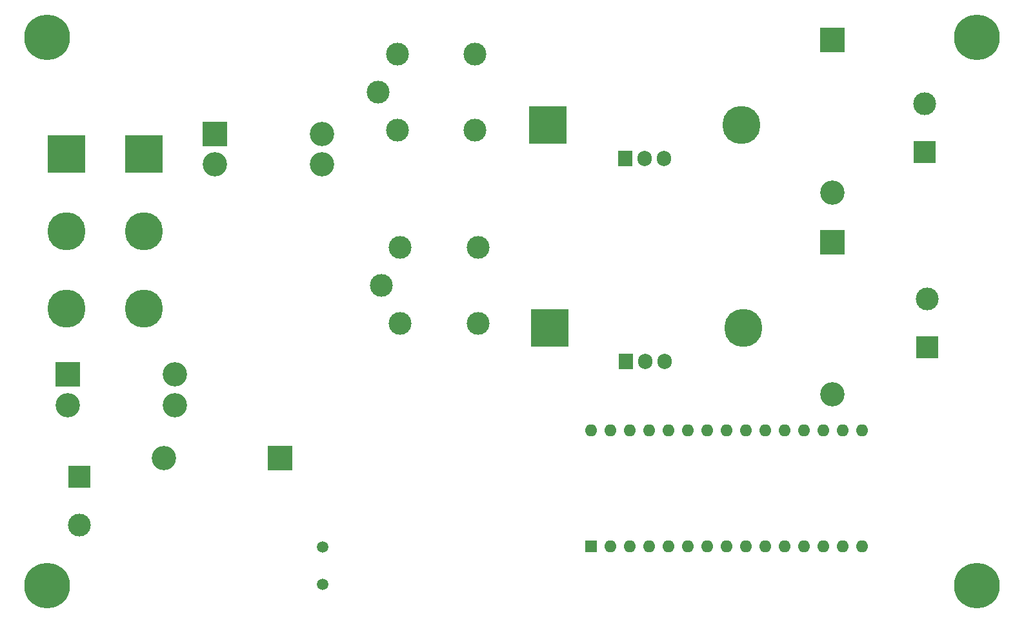
<source format=gbr>
%TF.GenerationSoftware,KiCad,Pcbnew,(6.0.6)*%
%TF.CreationDate,2022-11-23T05:32:29-08:00*%
%TF.ProjectId,FanSpeed_Controller,46616e53-7065-4656-945f-436f6e74726f,rev?*%
%TF.SameCoordinates,Original*%
%TF.FileFunction,Soldermask,Bot*%
%TF.FilePolarity,Negative*%
%FSLAX46Y46*%
G04 Gerber Fmt 4.6, Leading zero omitted, Abs format (unit mm)*
G04 Created by KiCad (PCBNEW (6.0.6)) date 2022-11-23 05:32:29*
%MOMM*%
%LPD*%
G01*
G04 APERTURE LIST*
%ADD10R,3.200000X3.200000*%
%ADD11O,3.200000X3.200000*%
%ADD12C,1.500000*%
%ADD13C,5.000000*%
%ADD14R,5.000000X5.000000*%
%ADD15R,1.600000X1.600000*%
%ADD16O,1.600000X1.600000*%
%ADD17R,3.000000X3.000000*%
%ADD18C,3.000000*%
%ADD19C,3.200000*%
%ADD20R,1.905000X2.000000*%
%ADD21O,1.905000X2.000000*%
%ADD22C,6.000000*%
G04 APERTURE END LIST*
D10*
%TO.C,D2*%
X207061000Y-44351000D03*
D11*
X207061000Y-64351000D03*
%TD*%
D10*
%TO.C,D3*%
X207061000Y-70894000D03*
D11*
X207061000Y-90894000D03*
%TD*%
D12*
%TO.C,X1*%
X140132000Y-115856000D03*
X140132000Y-110976000D03*
%TD*%
D13*
%TO.C,HeatSink1*%
X195314500Y-82164000D03*
D14*
X169914500Y-82164000D03*
%TD*%
D15*
%TO.C,A1*%
X175312000Y-110856000D03*
D16*
X177852000Y-110856000D03*
X180392000Y-110856000D03*
X182932000Y-110856000D03*
X185472000Y-110856000D03*
X188012000Y-110856000D03*
X190552000Y-110856000D03*
X193092000Y-110856000D03*
X195632000Y-110856000D03*
X198172000Y-110856000D03*
X200712000Y-110856000D03*
X203252000Y-110856000D03*
X205792000Y-110856000D03*
X208332000Y-110856000D03*
X210872000Y-110856000D03*
X210872000Y-95616000D03*
X208332000Y-95616000D03*
X205792000Y-95616000D03*
X203252000Y-95616000D03*
X200712000Y-95616000D03*
X198172000Y-95616000D03*
X195632000Y-95616000D03*
X193092000Y-95616000D03*
X190552000Y-95616000D03*
X188012000Y-95616000D03*
X185472000Y-95616000D03*
X182932000Y-95616000D03*
X180392000Y-95616000D03*
X177852000Y-95616000D03*
X175312000Y-95616000D03*
%TD*%
D17*
%TO.C,J2*%
X108255000Y-101722000D03*
D18*
X108255000Y-108072000D03*
%TD*%
%TO.C,K1*%
X160125000Y-46176000D03*
X160125000Y-56176000D03*
X149925000Y-56176000D03*
X149925000Y-46176000D03*
X147425000Y-51176000D03*
%TD*%
D10*
%TO.C,FH1*%
X126020000Y-56669000D03*
D19*
X126020000Y-60669000D03*
X140020000Y-60669000D03*
X140020000Y-56669000D03*
%TD*%
D18*
%TO.C,K2*%
X160506000Y-71576000D03*
X160506000Y-81576000D03*
X150306000Y-81576000D03*
X150306000Y-71576000D03*
X147806000Y-76576000D03*
%TD*%
D17*
%TO.C,J4*%
X219507000Y-84704000D03*
D18*
X219507000Y-78354000D03*
%TD*%
D10*
%TO.C,FH2*%
X106716000Y-88292000D03*
D19*
X106716000Y-92292000D03*
X120716000Y-92292000D03*
X120716000Y-88292000D03*
%TD*%
D10*
%TO.C,D1*%
X134544000Y-99309000D03*
D11*
X119304000Y-99309000D03*
%TD*%
D13*
%TO.C,HeatSink2*%
X195060500Y-55494000D03*
D14*
X169660500Y-55494000D03*
%TD*%
D17*
%TO.C,J3*%
X219127000Y-59050000D03*
D18*
X219127000Y-52700000D03*
%TD*%
D14*
%TO.C,J1*%
X116715500Y-59304000D03*
X106555500Y-59304000D03*
D13*
X116715500Y-69464000D03*
X106555500Y-69464000D03*
X106555500Y-79624000D03*
X116715500Y-79624000D03*
%TD*%
D20*
%TO.C,Q2*%
X179947500Y-86538000D03*
D21*
X182487500Y-86538000D03*
X185027500Y-86538000D03*
%TD*%
D20*
%TO.C,Q1*%
X179820500Y-59868000D03*
D21*
X182360500Y-59868000D03*
X184900500Y-59868000D03*
%TD*%
D22*
%TO.C,H3*%
X226000000Y-116000000D03*
%TD*%
%TO.C,H2*%
X104000000Y-116000000D03*
%TD*%
%TO.C,H4*%
X226000000Y-44000000D03*
%TD*%
%TO.C,H1*%
X104000000Y-44000000D03*
%TD*%
M02*

</source>
